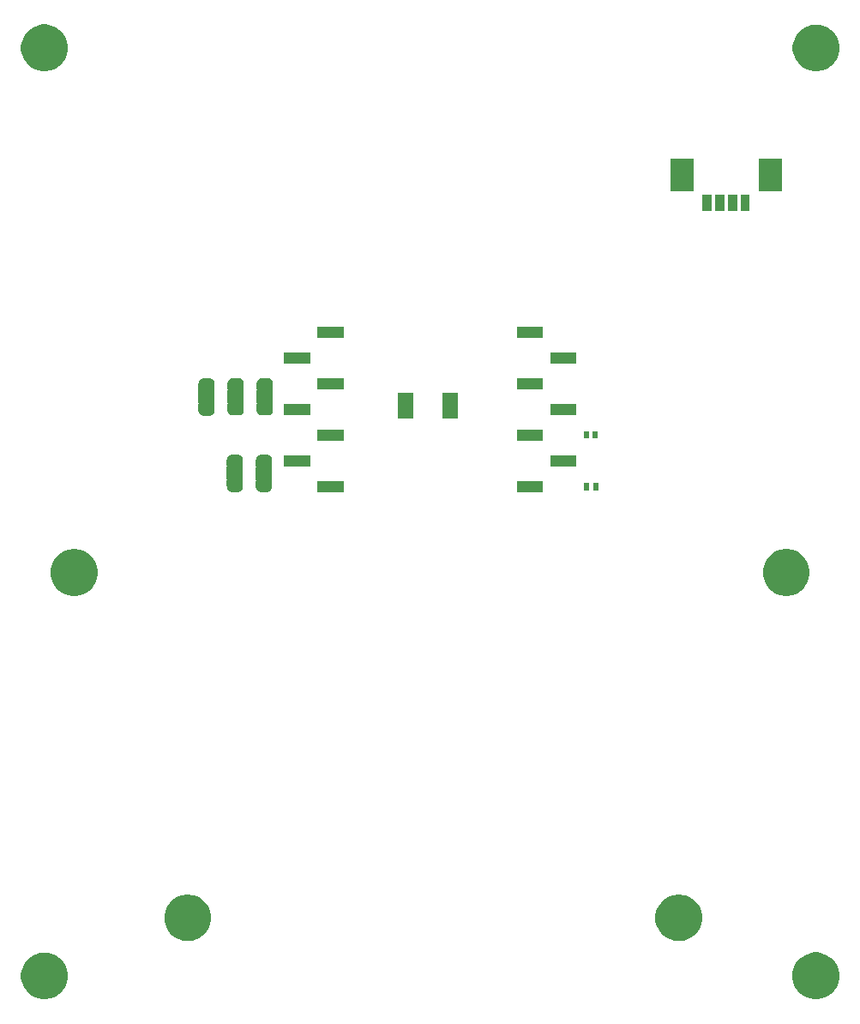
<source format=gbr>
G04 #@! TF.GenerationSoftware,KiCad,Pcbnew,(5.1.2)-2*
G04 #@! TF.CreationDate,2021-08-27T15:03:54-04:00*
G04 #@! TF.ProjectId,MAG_Plus,4d41475f-506c-4757-932e-6b696361645f,rev?*
G04 #@! TF.SameCoordinates,Original*
G04 #@! TF.FileFunction,Soldermask,Top*
G04 #@! TF.FilePolarity,Negative*
%FSLAX46Y46*%
G04 Gerber Fmt 4.6, Leading zero omitted, Abs format (unit mm)*
G04 Created by KiCad (PCBNEW (5.1.2)-2) date 2021-08-27 15:03:54*
%MOMM*%
%LPD*%
G04 APERTURE LIST*
%ADD10C,0.100000*%
G04 APERTURE END LIST*
D10*
G36*
X125248903Y-233563213D02*
G01*
X125471177Y-233607426D01*
X125889932Y-233780880D01*
X126266802Y-234032696D01*
X126587304Y-234353198D01*
X126839120Y-234730068D01*
X127012574Y-235148823D01*
X127101000Y-235593371D01*
X127101000Y-236046629D01*
X127012574Y-236491177D01*
X126839120Y-236909932D01*
X126587304Y-237286802D01*
X126266802Y-237607304D01*
X125889932Y-237859120D01*
X125471177Y-238032574D01*
X125248903Y-238076787D01*
X125026630Y-238121000D01*
X124573370Y-238121000D01*
X124351097Y-238076787D01*
X124128823Y-238032574D01*
X123710068Y-237859120D01*
X123333198Y-237607304D01*
X123012696Y-237286802D01*
X122760880Y-236909932D01*
X122587426Y-236491177D01*
X122499000Y-236046629D01*
X122499000Y-235593371D01*
X122587426Y-235148823D01*
X122760880Y-234730068D01*
X123012696Y-234353198D01*
X123333198Y-234032696D01*
X123710068Y-233780880D01*
X124128823Y-233607426D01*
X124351097Y-233563213D01*
X124573370Y-233519000D01*
X125026630Y-233519000D01*
X125248903Y-233563213D01*
X125248903Y-233563213D01*
G37*
G36*
X201438903Y-233553213D02*
G01*
X201661177Y-233597426D01*
X202079932Y-233770880D01*
X202456802Y-234022696D01*
X202777304Y-234343198D01*
X203029120Y-234720068D01*
X203202574Y-235138823D01*
X203291000Y-235583371D01*
X203291000Y-236036629D01*
X203202574Y-236481177D01*
X203029120Y-236899932D01*
X202777304Y-237276802D01*
X202456802Y-237597304D01*
X202079932Y-237849120D01*
X201661177Y-238022574D01*
X201438903Y-238066787D01*
X201216630Y-238111000D01*
X200763370Y-238111000D01*
X200541097Y-238066787D01*
X200318823Y-238022574D01*
X199900068Y-237849120D01*
X199523198Y-237597304D01*
X199202696Y-237276802D01*
X198950880Y-236899932D01*
X198777426Y-236481177D01*
X198689000Y-236036629D01*
X198689000Y-235583371D01*
X198777426Y-235138823D01*
X198950880Y-234720068D01*
X199202696Y-234343198D01*
X199523198Y-234022696D01*
X199900068Y-233770880D01*
X200318823Y-233597426D01*
X200541097Y-233553213D01*
X200763370Y-233509000D01*
X201216630Y-233509000D01*
X201438903Y-233553213D01*
X201438903Y-233553213D01*
G37*
G36*
X139398903Y-227843213D02*
G01*
X139621177Y-227887426D01*
X140039932Y-228060880D01*
X140416802Y-228312696D01*
X140737304Y-228633198D01*
X140989120Y-229010068D01*
X141162574Y-229428823D01*
X141251000Y-229873371D01*
X141251000Y-230326629D01*
X141162574Y-230771177D01*
X140989120Y-231189932D01*
X140737304Y-231566802D01*
X140416802Y-231887304D01*
X140039932Y-232139120D01*
X139621177Y-232312574D01*
X139398903Y-232356787D01*
X139176630Y-232401000D01*
X138723370Y-232401000D01*
X138501097Y-232356787D01*
X138278823Y-232312574D01*
X137860068Y-232139120D01*
X137483198Y-231887304D01*
X137162696Y-231566802D01*
X136910880Y-231189932D01*
X136737426Y-230771177D01*
X136649000Y-230326629D01*
X136649000Y-229873371D01*
X136737426Y-229428823D01*
X136910880Y-229010068D01*
X137162696Y-228633198D01*
X137483198Y-228312696D01*
X137860068Y-228060880D01*
X138278823Y-227887426D01*
X138501097Y-227843213D01*
X138723370Y-227799000D01*
X139176630Y-227799000D01*
X139398903Y-227843213D01*
X139398903Y-227843213D01*
G37*
G36*
X187898903Y-227843213D02*
G01*
X188121177Y-227887426D01*
X188539932Y-228060880D01*
X188916802Y-228312696D01*
X189237304Y-228633198D01*
X189489120Y-229010068D01*
X189662574Y-229428823D01*
X189751000Y-229873371D01*
X189751000Y-230326629D01*
X189662574Y-230771177D01*
X189489120Y-231189932D01*
X189237304Y-231566802D01*
X188916802Y-231887304D01*
X188539932Y-232139120D01*
X188121177Y-232312574D01*
X187898903Y-232356787D01*
X187676630Y-232401000D01*
X187223370Y-232401000D01*
X187001097Y-232356787D01*
X186778823Y-232312574D01*
X186360068Y-232139120D01*
X185983198Y-231887304D01*
X185662696Y-231566802D01*
X185410880Y-231189932D01*
X185237426Y-230771177D01*
X185149000Y-230326629D01*
X185149000Y-229873371D01*
X185237426Y-229428823D01*
X185410880Y-229010068D01*
X185662696Y-228633198D01*
X185983198Y-228312696D01*
X186360068Y-228060880D01*
X186778823Y-227887426D01*
X187001097Y-227843213D01*
X187223370Y-227799000D01*
X187676630Y-227799000D01*
X187898903Y-227843213D01*
X187898903Y-227843213D01*
G37*
G36*
X198518903Y-193743213D02*
G01*
X198741177Y-193787426D01*
X199159932Y-193960880D01*
X199536802Y-194212696D01*
X199857304Y-194533198D01*
X200109120Y-194910068D01*
X200282574Y-195328823D01*
X200371000Y-195773371D01*
X200371000Y-196226629D01*
X200282574Y-196671177D01*
X200109120Y-197089932D01*
X199857304Y-197466802D01*
X199536802Y-197787304D01*
X199159932Y-198039120D01*
X198741177Y-198212574D01*
X198518903Y-198256787D01*
X198296630Y-198301000D01*
X197843370Y-198301000D01*
X197621097Y-198256787D01*
X197398823Y-198212574D01*
X196980068Y-198039120D01*
X196603198Y-197787304D01*
X196282696Y-197466802D01*
X196030880Y-197089932D01*
X195857426Y-196671177D01*
X195769000Y-196226629D01*
X195769000Y-195773371D01*
X195857426Y-195328823D01*
X196030880Y-194910068D01*
X196282696Y-194533198D01*
X196603198Y-194212696D01*
X196980068Y-193960880D01*
X197398823Y-193787426D01*
X197621097Y-193743213D01*
X197843370Y-193699000D01*
X198296630Y-193699000D01*
X198518903Y-193743213D01*
X198518903Y-193743213D01*
G37*
G36*
X128198903Y-193743213D02*
G01*
X128421177Y-193787426D01*
X128839932Y-193960880D01*
X129216802Y-194212696D01*
X129537304Y-194533198D01*
X129789120Y-194910068D01*
X129962574Y-195328823D01*
X130051000Y-195773371D01*
X130051000Y-196226629D01*
X129962574Y-196671177D01*
X129789120Y-197089932D01*
X129537304Y-197466802D01*
X129216802Y-197787304D01*
X128839932Y-198039120D01*
X128421177Y-198212574D01*
X128198903Y-198256787D01*
X127976630Y-198301000D01*
X127523370Y-198301000D01*
X127301097Y-198256787D01*
X127078823Y-198212574D01*
X126660068Y-198039120D01*
X126283198Y-197787304D01*
X125962696Y-197466802D01*
X125710880Y-197089932D01*
X125537426Y-196671177D01*
X125449000Y-196226629D01*
X125449000Y-195773371D01*
X125537426Y-195328823D01*
X125710880Y-194910068D01*
X125962696Y-194533198D01*
X126283198Y-194212696D01*
X126660068Y-193960880D01*
X127078823Y-193787426D01*
X127301097Y-193743213D01*
X127523370Y-193699000D01*
X127976630Y-193699000D01*
X128198903Y-193743213D01*
X128198903Y-193743213D01*
G37*
G36*
X146752199Y-184369954D02*
G01*
X146764450Y-184370556D01*
X146782869Y-184370556D01*
X146805149Y-184372750D01*
X146889233Y-184389476D01*
X146910660Y-184395976D01*
X146989858Y-184428780D01*
X146995303Y-184431691D01*
X146995309Y-184431693D01*
X147004169Y-184436429D01*
X147004173Y-184436432D01*
X147009614Y-184439340D01*
X147080899Y-184486971D01*
X147098204Y-184501172D01*
X147158828Y-184561796D01*
X147173029Y-184579101D01*
X147220660Y-184650386D01*
X147223568Y-184655827D01*
X147223571Y-184655831D01*
X147228307Y-184664691D01*
X147228309Y-184664697D01*
X147231220Y-184670142D01*
X147264024Y-184749340D01*
X147270524Y-184770767D01*
X147287250Y-184854851D01*
X147289444Y-184877131D01*
X147289444Y-184895550D01*
X147290046Y-184907801D01*
X147291852Y-184926139D01*
X147291852Y-185463860D01*
X147290263Y-185479999D01*
X147285855Y-185494528D01*
X147280394Y-185507711D01*
X147275612Y-185531745D01*
X147275611Y-185556249D01*
X147280391Y-185580282D01*
X147289768Y-185602921D01*
X147291000Y-185604765D01*
X147291000Y-186836050D01*
X147284525Y-186848164D01*
X147277412Y-186871613D01*
X147275010Y-186895999D01*
X147277412Y-186920385D01*
X147284525Y-186943834D01*
X147286848Y-186948746D01*
X147290263Y-186960001D01*
X147291852Y-186976140D01*
X147291852Y-187513862D01*
X147290046Y-187532199D01*
X147289444Y-187544450D01*
X147289444Y-187562869D01*
X147287250Y-187585149D01*
X147270524Y-187669233D01*
X147264024Y-187690660D01*
X147231220Y-187769858D01*
X147228309Y-187775303D01*
X147228307Y-187775309D01*
X147223571Y-187784169D01*
X147223568Y-187784173D01*
X147220660Y-187789614D01*
X147173029Y-187860899D01*
X147158828Y-187878204D01*
X147098204Y-187938828D01*
X147080899Y-187953029D01*
X147009614Y-188000660D01*
X147004173Y-188003568D01*
X147004169Y-188003571D01*
X146995309Y-188008307D01*
X146995303Y-188008309D01*
X146989858Y-188011220D01*
X146910660Y-188044024D01*
X146889233Y-188050524D01*
X146805149Y-188067250D01*
X146782869Y-188069444D01*
X146764450Y-188069444D01*
X146752199Y-188070046D01*
X146733862Y-188071852D01*
X146246138Y-188071852D01*
X146227801Y-188070046D01*
X146215550Y-188069444D01*
X146197131Y-188069444D01*
X146174851Y-188067250D01*
X146090767Y-188050524D01*
X146069340Y-188044024D01*
X145990142Y-188011220D01*
X145984697Y-188008309D01*
X145984691Y-188008307D01*
X145975831Y-188003571D01*
X145975827Y-188003568D01*
X145970386Y-188000660D01*
X145899101Y-187953029D01*
X145881796Y-187938828D01*
X145821172Y-187878204D01*
X145806971Y-187860899D01*
X145759340Y-187789614D01*
X145756432Y-187784173D01*
X145756429Y-187784169D01*
X145751693Y-187775309D01*
X145751691Y-187775303D01*
X145748780Y-187769858D01*
X145715976Y-187690660D01*
X145709476Y-187669233D01*
X145692750Y-187585149D01*
X145690556Y-187562869D01*
X145690556Y-187544450D01*
X145689954Y-187532199D01*
X145688148Y-187513862D01*
X145688148Y-186976140D01*
X145689737Y-186960001D01*
X145694145Y-186945472D01*
X145699606Y-186932289D01*
X145704388Y-186908255D01*
X145704389Y-186883751D01*
X145699609Y-186859718D01*
X145690232Y-186837079D01*
X145689000Y-186835235D01*
X145689000Y-185603950D01*
X145695475Y-185591836D01*
X145702588Y-185568387D01*
X145704990Y-185544001D01*
X145702588Y-185519615D01*
X145695475Y-185496166D01*
X145693152Y-185491254D01*
X145689737Y-185479999D01*
X145688148Y-185463860D01*
X145688148Y-184926139D01*
X145689954Y-184907801D01*
X145690556Y-184895550D01*
X145690556Y-184877131D01*
X145692750Y-184854851D01*
X145709476Y-184770767D01*
X145715976Y-184749340D01*
X145748780Y-184670142D01*
X145751691Y-184664697D01*
X145751693Y-184664691D01*
X145756429Y-184655831D01*
X145756432Y-184655827D01*
X145759340Y-184650386D01*
X145806971Y-184579101D01*
X145821172Y-184561796D01*
X145881796Y-184501172D01*
X145899101Y-184486971D01*
X145970386Y-184439340D01*
X145975827Y-184436432D01*
X145975831Y-184436429D01*
X145984691Y-184431693D01*
X145984697Y-184431691D01*
X145990142Y-184428780D01*
X146069340Y-184395976D01*
X146090767Y-184389476D01*
X146174851Y-184372750D01*
X146197131Y-184370556D01*
X146215550Y-184370556D01*
X146227801Y-184369954D01*
X146246139Y-184368148D01*
X146733861Y-184368148D01*
X146752199Y-184369954D01*
X146752199Y-184369954D01*
G37*
G36*
X174051000Y-188071000D02*
G01*
X171439000Y-188071000D01*
X171439000Y-186969000D01*
X174051000Y-186969000D01*
X174051000Y-188071000D01*
X174051000Y-188071000D01*
G37*
G36*
X143882199Y-184349954D02*
G01*
X143894450Y-184350556D01*
X143912869Y-184350556D01*
X143935149Y-184352750D01*
X144019233Y-184369476D01*
X144040660Y-184375976D01*
X144119858Y-184408780D01*
X144125303Y-184411691D01*
X144125309Y-184411693D01*
X144134169Y-184416429D01*
X144134173Y-184416432D01*
X144139614Y-184419340D01*
X144210899Y-184466971D01*
X144228204Y-184481172D01*
X144288828Y-184541796D01*
X144303029Y-184559101D01*
X144350660Y-184630386D01*
X144353568Y-184635827D01*
X144353571Y-184635831D01*
X144358307Y-184644691D01*
X144358309Y-184644697D01*
X144361220Y-184650142D01*
X144394024Y-184729340D01*
X144400524Y-184750767D01*
X144417250Y-184834851D01*
X144419444Y-184857131D01*
X144419444Y-184875550D01*
X144420046Y-184887801D01*
X144421852Y-184906139D01*
X144421852Y-185443860D01*
X144420263Y-185459999D01*
X144415855Y-185474528D01*
X144410394Y-185487711D01*
X144405612Y-185511745D01*
X144405611Y-185536249D01*
X144410391Y-185560282D01*
X144419768Y-185582921D01*
X144421000Y-185584765D01*
X144421000Y-186816050D01*
X144414525Y-186828164D01*
X144407412Y-186851613D01*
X144405010Y-186875999D01*
X144407412Y-186900385D01*
X144414525Y-186923834D01*
X144416848Y-186928746D01*
X144420263Y-186940001D01*
X144421852Y-186956140D01*
X144421852Y-187493862D01*
X144420046Y-187512199D01*
X144419444Y-187524450D01*
X144419444Y-187542869D01*
X144417250Y-187565149D01*
X144400524Y-187649233D01*
X144394024Y-187670660D01*
X144361220Y-187749858D01*
X144358309Y-187755303D01*
X144358307Y-187755309D01*
X144353571Y-187764169D01*
X144353568Y-187764173D01*
X144350660Y-187769614D01*
X144303029Y-187840899D01*
X144288828Y-187858204D01*
X144228204Y-187918828D01*
X144210899Y-187933029D01*
X144139614Y-187980660D01*
X144134173Y-187983568D01*
X144134169Y-187983571D01*
X144125309Y-187988307D01*
X144125303Y-187988309D01*
X144119858Y-187991220D01*
X144040660Y-188024024D01*
X144019233Y-188030524D01*
X143935149Y-188047250D01*
X143912869Y-188049444D01*
X143894450Y-188049444D01*
X143882199Y-188050046D01*
X143863862Y-188051852D01*
X143376138Y-188051852D01*
X143357801Y-188050046D01*
X143345550Y-188049444D01*
X143327131Y-188049444D01*
X143304851Y-188047250D01*
X143220767Y-188030524D01*
X143199340Y-188024024D01*
X143120142Y-187991220D01*
X143114697Y-187988309D01*
X143114691Y-187988307D01*
X143105831Y-187983571D01*
X143105827Y-187983568D01*
X143100386Y-187980660D01*
X143029101Y-187933029D01*
X143011796Y-187918828D01*
X142951172Y-187858204D01*
X142936971Y-187840899D01*
X142889340Y-187769614D01*
X142886432Y-187764173D01*
X142886429Y-187764169D01*
X142881693Y-187755309D01*
X142881691Y-187755303D01*
X142878780Y-187749858D01*
X142845976Y-187670660D01*
X142839476Y-187649233D01*
X142822750Y-187565149D01*
X142820556Y-187542869D01*
X142820556Y-187524450D01*
X142819954Y-187512199D01*
X142818148Y-187493862D01*
X142818148Y-186956140D01*
X142819737Y-186940001D01*
X142824145Y-186925472D01*
X142829606Y-186912289D01*
X142834388Y-186888255D01*
X142834389Y-186863751D01*
X142829609Y-186839718D01*
X142820232Y-186817079D01*
X142819000Y-186815235D01*
X142819000Y-185583950D01*
X142825475Y-185571836D01*
X142832588Y-185548387D01*
X142834990Y-185524001D01*
X142832588Y-185499615D01*
X142825475Y-185476166D01*
X142823152Y-185471254D01*
X142819737Y-185459999D01*
X142818148Y-185443860D01*
X142818148Y-184906139D01*
X142819954Y-184887801D01*
X142820556Y-184875550D01*
X142820556Y-184857131D01*
X142822750Y-184834851D01*
X142839476Y-184750767D01*
X142845976Y-184729340D01*
X142878780Y-184650142D01*
X142881691Y-184644697D01*
X142881693Y-184644691D01*
X142886429Y-184635831D01*
X142886432Y-184635827D01*
X142889340Y-184630386D01*
X142936971Y-184559101D01*
X142951172Y-184541796D01*
X143011796Y-184481172D01*
X143029101Y-184466971D01*
X143100386Y-184419340D01*
X143105827Y-184416432D01*
X143105831Y-184416429D01*
X143114691Y-184411693D01*
X143114697Y-184411691D01*
X143120142Y-184408780D01*
X143199340Y-184375976D01*
X143220767Y-184369476D01*
X143304851Y-184352750D01*
X143327131Y-184350556D01*
X143345550Y-184350556D01*
X143357801Y-184349954D01*
X143376139Y-184348148D01*
X143863861Y-184348148D01*
X143882199Y-184349954D01*
X143882199Y-184349954D01*
G37*
G36*
X154361000Y-188051000D02*
G01*
X151749000Y-188051000D01*
X151749000Y-186949000D01*
X154361000Y-186949000D01*
X154361000Y-188051000D01*
X154361000Y-188051000D01*
G37*
G36*
X178581000Y-187881000D02*
G01*
X178079000Y-187881000D01*
X178079000Y-187179000D01*
X178581000Y-187179000D01*
X178581000Y-187881000D01*
X178581000Y-187881000D01*
G37*
G36*
X179481000Y-187881000D02*
G01*
X178979000Y-187881000D01*
X178979000Y-187179000D01*
X179481000Y-187179000D01*
X179481000Y-187881000D01*
X179481000Y-187881000D01*
G37*
G36*
X177361000Y-185531000D02*
G01*
X174749000Y-185531000D01*
X174749000Y-184429000D01*
X177361000Y-184429000D01*
X177361000Y-185531000D01*
X177361000Y-185531000D01*
G37*
G36*
X151051000Y-185511000D02*
G01*
X148439000Y-185511000D01*
X148439000Y-184409000D01*
X151051000Y-184409000D01*
X151051000Y-185511000D01*
X151051000Y-185511000D01*
G37*
G36*
X174051000Y-182991000D02*
G01*
X171439000Y-182991000D01*
X171439000Y-181889000D01*
X174051000Y-181889000D01*
X174051000Y-182991000D01*
X174051000Y-182991000D01*
G37*
G36*
X154361000Y-182971000D02*
G01*
X151749000Y-182971000D01*
X151749000Y-181869000D01*
X154361000Y-181869000D01*
X154361000Y-182971000D01*
X154361000Y-182971000D01*
G37*
G36*
X179471000Y-182791000D02*
G01*
X178969000Y-182791000D01*
X178969000Y-182089000D01*
X179471000Y-182089000D01*
X179471000Y-182791000D01*
X179471000Y-182791000D01*
G37*
G36*
X178571000Y-182791000D02*
G01*
X178069000Y-182791000D01*
X178069000Y-182089000D01*
X178571000Y-182089000D01*
X178571000Y-182791000D01*
X178571000Y-182791000D01*
G37*
G36*
X161236000Y-180806000D02*
G01*
X159684000Y-180806000D01*
X159684000Y-178304000D01*
X161236000Y-178304000D01*
X161236000Y-180806000D01*
X161236000Y-180806000D01*
G37*
G36*
X165636000Y-180806000D02*
G01*
X164084000Y-180806000D01*
X164084000Y-178304000D01*
X165636000Y-178304000D01*
X165636000Y-180806000D01*
X165636000Y-180806000D01*
G37*
G36*
X141082199Y-176819954D02*
G01*
X141094450Y-176820556D01*
X141112869Y-176820556D01*
X141135149Y-176822750D01*
X141219233Y-176839476D01*
X141240660Y-176845976D01*
X141319858Y-176878780D01*
X141325303Y-176881691D01*
X141325309Y-176881693D01*
X141334169Y-176886429D01*
X141334173Y-176886432D01*
X141339614Y-176889340D01*
X141410899Y-176936971D01*
X141428204Y-176951172D01*
X141488828Y-177011796D01*
X141503029Y-177029101D01*
X141550660Y-177100386D01*
X141553568Y-177105827D01*
X141553571Y-177105831D01*
X141558307Y-177114691D01*
X141558309Y-177114697D01*
X141561220Y-177120142D01*
X141594024Y-177199340D01*
X141600524Y-177220767D01*
X141617250Y-177304851D01*
X141619444Y-177327131D01*
X141619444Y-177345550D01*
X141620046Y-177357801D01*
X141621852Y-177376139D01*
X141621852Y-177913860D01*
X141620263Y-177929999D01*
X141615855Y-177944528D01*
X141610394Y-177957711D01*
X141605612Y-177981745D01*
X141605611Y-178006249D01*
X141610391Y-178030282D01*
X141619768Y-178052921D01*
X141621000Y-178054765D01*
X141621000Y-179286050D01*
X141614525Y-179298164D01*
X141607412Y-179321613D01*
X141605010Y-179345999D01*
X141607412Y-179370385D01*
X141614525Y-179393834D01*
X141616848Y-179398746D01*
X141620263Y-179410001D01*
X141621852Y-179426140D01*
X141621852Y-179963862D01*
X141620046Y-179982199D01*
X141619444Y-179994450D01*
X141619444Y-180012869D01*
X141617250Y-180035149D01*
X141600524Y-180119233D01*
X141594024Y-180140660D01*
X141561220Y-180219858D01*
X141558309Y-180225303D01*
X141558307Y-180225309D01*
X141553571Y-180234169D01*
X141553568Y-180234173D01*
X141550660Y-180239614D01*
X141503029Y-180310899D01*
X141488828Y-180328204D01*
X141428204Y-180388828D01*
X141410899Y-180403029D01*
X141339614Y-180450660D01*
X141334173Y-180453568D01*
X141334169Y-180453571D01*
X141325309Y-180458307D01*
X141325303Y-180458309D01*
X141319858Y-180461220D01*
X141240660Y-180494024D01*
X141219233Y-180500524D01*
X141135149Y-180517250D01*
X141112869Y-180519444D01*
X141094450Y-180519444D01*
X141082199Y-180520046D01*
X141063862Y-180521852D01*
X140576138Y-180521852D01*
X140557801Y-180520046D01*
X140545550Y-180519444D01*
X140527131Y-180519444D01*
X140504851Y-180517250D01*
X140420767Y-180500524D01*
X140399340Y-180494024D01*
X140320142Y-180461220D01*
X140314697Y-180458309D01*
X140314691Y-180458307D01*
X140305831Y-180453571D01*
X140305827Y-180453568D01*
X140300386Y-180450660D01*
X140229101Y-180403029D01*
X140211796Y-180388828D01*
X140151172Y-180328204D01*
X140136971Y-180310899D01*
X140089340Y-180239614D01*
X140086432Y-180234173D01*
X140086429Y-180234169D01*
X140081693Y-180225309D01*
X140081691Y-180225303D01*
X140078780Y-180219858D01*
X140045976Y-180140660D01*
X140039476Y-180119233D01*
X140022750Y-180035149D01*
X140020556Y-180012869D01*
X140020556Y-179994450D01*
X140019954Y-179982199D01*
X140018148Y-179963862D01*
X140018148Y-179426140D01*
X140019737Y-179410001D01*
X140024145Y-179395472D01*
X140029606Y-179382289D01*
X140034388Y-179358255D01*
X140034389Y-179333751D01*
X140029609Y-179309718D01*
X140020232Y-179287079D01*
X140019000Y-179285235D01*
X140019000Y-178053950D01*
X140025475Y-178041836D01*
X140032588Y-178018387D01*
X140034990Y-177994001D01*
X140032588Y-177969615D01*
X140025475Y-177946166D01*
X140023152Y-177941254D01*
X140019737Y-177929999D01*
X140018148Y-177913860D01*
X140018148Y-177376139D01*
X140019954Y-177357801D01*
X140020556Y-177345550D01*
X140020556Y-177327131D01*
X140022750Y-177304851D01*
X140039476Y-177220767D01*
X140045976Y-177199340D01*
X140078780Y-177120142D01*
X140081691Y-177114697D01*
X140081693Y-177114691D01*
X140086429Y-177105831D01*
X140086432Y-177105827D01*
X140089340Y-177100386D01*
X140136971Y-177029101D01*
X140151172Y-177011796D01*
X140211796Y-176951172D01*
X140229101Y-176936971D01*
X140300386Y-176889340D01*
X140305827Y-176886432D01*
X140305831Y-176886429D01*
X140314691Y-176881693D01*
X140314697Y-176881691D01*
X140320142Y-176878780D01*
X140399340Y-176845976D01*
X140420767Y-176839476D01*
X140504851Y-176822750D01*
X140527131Y-176820556D01*
X140545550Y-176820556D01*
X140557801Y-176819954D01*
X140576139Y-176818148D01*
X141063861Y-176818148D01*
X141082199Y-176819954D01*
X141082199Y-176819954D01*
G37*
G36*
X143962199Y-176799954D02*
G01*
X143974450Y-176800556D01*
X143992869Y-176800556D01*
X144015149Y-176802750D01*
X144099233Y-176819476D01*
X144120660Y-176825976D01*
X144199858Y-176858780D01*
X144205303Y-176861691D01*
X144205309Y-176861693D01*
X144214169Y-176866429D01*
X144214173Y-176866432D01*
X144219614Y-176869340D01*
X144290899Y-176916971D01*
X144308204Y-176931172D01*
X144368828Y-176991796D01*
X144383029Y-177009101D01*
X144430660Y-177080386D01*
X144433568Y-177085827D01*
X144433571Y-177085831D01*
X144438307Y-177094691D01*
X144438309Y-177094697D01*
X144441220Y-177100142D01*
X144474024Y-177179340D01*
X144480524Y-177200767D01*
X144497250Y-177284851D01*
X144499444Y-177307131D01*
X144499444Y-177325550D01*
X144500046Y-177337801D01*
X144501852Y-177356139D01*
X144501852Y-177893860D01*
X144500263Y-177909999D01*
X144495855Y-177924528D01*
X144490394Y-177937711D01*
X144485612Y-177961745D01*
X144485611Y-177986249D01*
X144490391Y-178010282D01*
X144499768Y-178032921D01*
X144501000Y-178034765D01*
X144501000Y-179266050D01*
X144494525Y-179278164D01*
X144487412Y-179301613D01*
X144485010Y-179325999D01*
X144487412Y-179350385D01*
X144494525Y-179373834D01*
X144496848Y-179378746D01*
X144500263Y-179390001D01*
X144501852Y-179406140D01*
X144501852Y-179943862D01*
X144500046Y-179962199D01*
X144499444Y-179974450D01*
X144499444Y-179992869D01*
X144497250Y-180015149D01*
X144480524Y-180099233D01*
X144474024Y-180120660D01*
X144441220Y-180199858D01*
X144438309Y-180205303D01*
X144438307Y-180205309D01*
X144433571Y-180214169D01*
X144433568Y-180214173D01*
X144430660Y-180219614D01*
X144383029Y-180290899D01*
X144368828Y-180308204D01*
X144308204Y-180368828D01*
X144290899Y-180383029D01*
X144219614Y-180430660D01*
X144214173Y-180433568D01*
X144214169Y-180433571D01*
X144205309Y-180438307D01*
X144205303Y-180438309D01*
X144199858Y-180441220D01*
X144120660Y-180474024D01*
X144099233Y-180480524D01*
X144015149Y-180497250D01*
X143992869Y-180499444D01*
X143974450Y-180499444D01*
X143962199Y-180500046D01*
X143943862Y-180501852D01*
X143456138Y-180501852D01*
X143437801Y-180500046D01*
X143425550Y-180499444D01*
X143407131Y-180499444D01*
X143384851Y-180497250D01*
X143300767Y-180480524D01*
X143279340Y-180474024D01*
X143200142Y-180441220D01*
X143194697Y-180438309D01*
X143194691Y-180438307D01*
X143185831Y-180433571D01*
X143185827Y-180433568D01*
X143180386Y-180430660D01*
X143109101Y-180383029D01*
X143091796Y-180368828D01*
X143031172Y-180308204D01*
X143016971Y-180290899D01*
X142969340Y-180219614D01*
X142966432Y-180214173D01*
X142966429Y-180214169D01*
X142961693Y-180205309D01*
X142961691Y-180205303D01*
X142958780Y-180199858D01*
X142925976Y-180120660D01*
X142919476Y-180099233D01*
X142902750Y-180015149D01*
X142900556Y-179992869D01*
X142900556Y-179974450D01*
X142899954Y-179962199D01*
X142898148Y-179943862D01*
X142898148Y-179406140D01*
X142899737Y-179390001D01*
X142904145Y-179375472D01*
X142909606Y-179362289D01*
X142914388Y-179338255D01*
X142914389Y-179313751D01*
X142909609Y-179289718D01*
X142900232Y-179267079D01*
X142899000Y-179265235D01*
X142899000Y-178033950D01*
X142905475Y-178021836D01*
X142912588Y-177998387D01*
X142914990Y-177974001D01*
X142912588Y-177949615D01*
X142905475Y-177926166D01*
X142903152Y-177921254D01*
X142899737Y-177909999D01*
X142898148Y-177893860D01*
X142898148Y-177356139D01*
X142899954Y-177337801D01*
X142900556Y-177325550D01*
X142900556Y-177307131D01*
X142902750Y-177284851D01*
X142919476Y-177200767D01*
X142925976Y-177179340D01*
X142958780Y-177100142D01*
X142961691Y-177094697D01*
X142961693Y-177094691D01*
X142966429Y-177085831D01*
X142966432Y-177085827D01*
X142969340Y-177080386D01*
X143016971Y-177009101D01*
X143031172Y-176991796D01*
X143091796Y-176931172D01*
X143109101Y-176916971D01*
X143180386Y-176869340D01*
X143185827Y-176866432D01*
X143185831Y-176866429D01*
X143194691Y-176861693D01*
X143194697Y-176861691D01*
X143200142Y-176858780D01*
X143279340Y-176825976D01*
X143300767Y-176819476D01*
X143384851Y-176802750D01*
X143407131Y-176800556D01*
X143425550Y-176800556D01*
X143437801Y-176799954D01*
X143456139Y-176798148D01*
X143943861Y-176798148D01*
X143962199Y-176799954D01*
X143962199Y-176799954D01*
G37*
G36*
X146842199Y-176799954D02*
G01*
X146854450Y-176800556D01*
X146872869Y-176800556D01*
X146895149Y-176802750D01*
X146979233Y-176819476D01*
X147000660Y-176825976D01*
X147079858Y-176858780D01*
X147085303Y-176861691D01*
X147085309Y-176861693D01*
X147094169Y-176866429D01*
X147094173Y-176866432D01*
X147099614Y-176869340D01*
X147170899Y-176916971D01*
X147188204Y-176931172D01*
X147248828Y-176991796D01*
X147263029Y-177009101D01*
X147310660Y-177080386D01*
X147313568Y-177085827D01*
X147313571Y-177085831D01*
X147318307Y-177094691D01*
X147318309Y-177094697D01*
X147321220Y-177100142D01*
X147354024Y-177179340D01*
X147360524Y-177200767D01*
X147377250Y-177284851D01*
X147379444Y-177307131D01*
X147379444Y-177325550D01*
X147380046Y-177337801D01*
X147381852Y-177356139D01*
X147381852Y-177893860D01*
X147380263Y-177909999D01*
X147375855Y-177924528D01*
X147370394Y-177937711D01*
X147365612Y-177961745D01*
X147365611Y-177986249D01*
X147370391Y-178010282D01*
X147379768Y-178032921D01*
X147381000Y-178034765D01*
X147381000Y-179266050D01*
X147374525Y-179278164D01*
X147367412Y-179301613D01*
X147365010Y-179325999D01*
X147367412Y-179350385D01*
X147374525Y-179373834D01*
X147376848Y-179378746D01*
X147380263Y-179390001D01*
X147381852Y-179406140D01*
X147381852Y-179943862D01*
X147380046Y-179962199D01*
X147379444Y-179974450D01*
X147379444Y-179992869D01*
X147377250Y-180015149D01*
X147360524Y-180099233D01*
X147354024Y-180120660D01*
X147321220Y-180199858D01*
X147318309Y-180205303D01*
X147318307Y-180205309D01*
X147313571Y-180214169D01*
X147313568Y-180214173D01*
X147310660Y-180219614D01*
X147263029Y-180290899D01*
X147248828Y-180308204D01*
X147188204Y-180368828D01*
X147170899Y-180383029D01*
X147099614Y-180430660D01*
X147094173Y-180433568D01*
X147094169Y-180433571D01*
X147085309Y-180438307D01*
X147085303Y-180438309D01*
X147079858Y-180441220D01*
X147000660Y-180474024D01*
X146979233Y-180480524D01*
X146895149Y-180497250D01*
X146872869Y-180499444D01*
X146854450Y-180499444D01*
X146842199Y-180500046D01*
X146823862Y-180501852D01*
X146336138Y-180501852D01*
X146317801Y-180500046D01*
X146305550Y-180499444D01*
X146287131Y-180499444D01*
X146264851Y-180497250D01*
X146180767Y-180480524D01*
X146159340Y-180474024D01*
X146080142Y-180441220D01*
X146074697Y-180438309D01*
X146074691Y-180438307D01*
X146065831Y-180433571D01*
X146065827Y-180433568D01*
X146060386Y-180430660D01*
X145989101Y-180383029D01*
X145971796Y-180368828D01*
X145911172Y-180308204D01*
X145896971Y-180290899D01*
X145849340Y-180219614D01*
X145846432Y-180214173D01*
X145846429Y-180214169D01*
X145841693Y-180205309D01*
X145841691Y-180205303D01*
X145838780Y-180199858D01*
X145805976Y-180120660D01*
X145799476Y-180099233D01*
X145782750Y-180015149D01*
X145780556Y-179992869D01*
X145780556Y-179974450D01*
X145779954Y-179962199D01*
X145778148Y-179943862D01*
X145778148Y-179406140D01*
X145779737Y-179390001D01*
X145784145Y-179375472D01*
X145789606Y-179362289D01*
X145794388Y-179338255D01*
X145794389Y-179313751D01*
X145789609Y-179289718D01*
X145780232Y-179267079D01*
X145779000Y-179265235D01*
X145779000Y-178033950D01*
X145785475Y-178021836D01*
X145792588Y-177998387D01*
X145794990Y-177974001D01*
X145792588Y-177949615D01*
X145785475Y-177926166D01*
X145783152Y-177921254D01*
X145779737Y-177909999D01*
X145778148Y-177893860D01*
X145778148Y-177356139D01*
X145779954Y-177337801D01*
X145780556Y-177325550D01*
X145780556Y-177307131D01*
X145782750Y-177284851D01*
X145799476Y-177200767D01*
X145805976Y-177179340D01*
X145838780Y-177100142D01*
X145841691Y-177094697D01*
X145841693Y-177094691D01*
X145846429Y-177085831D01*
X145846432Y-177085827D01*
X145849340Y-177080386D01*
X145896971Y-177009101D01*
X145911172Y-176991796D01*
X145971796Y-176931172D01*
X145989101Y-176916971D01*
X146060386Y-176869340D01*
X146065827Y-176866432D01*
X146065831Y-176866429D01*
X146074691Y-176861693D01*
X146074697Y-176861691D01*
X146080142Y-176858780D01*
X146159340Y-176825976D01*
X146180767Y-176819476D01*
X146264851Y-176802750D01*
X146287131Y-176800556D01*
X146305550Y-176800556D01*
X146317801Y-176799954D01*
X146336139Y-176798148D01*
X146823861Y-176798148D01*
X146842199Y-176799954D01*
X146842199Y-176799954D01*
G37*
G36*
X177361000Y-180451000D02*
G01*
X174749000Y-180451000D01*
X174749000Y-179349000D01*
X177361000Y-179349000D01*
X177361000Y-180451000D01*
X177361000Y-180451000D01*
G37*
G36*
X151051000Y-180431000D02*
G01*
X148439000Y-180431000D01*
X148439000Y-179329000D01*
X151051000Y-179329000D01*
X151051000Y-180431000D01*
X151051000Y-180431000D01*
G37*
G36*
X174051000Y-177911000D02*
G01*
X171439000Y-177911000D01*
X171439000Y-176809000D01*
X174051000Y-176809000D01*
X174051000Y-177911000D01*
X174051000Y-177911000D01*
G37*
G36*
X154361000Y-177891000D02*
G01*
X151749000Y-177891000D01*
X151749000Y-176789000D01*
X154361000Y-176789000D01*
X154361000Y-177891000D01*
X154361000Y-177891000D01*
G37*
G36*
X177361000Y-175371000D02*
G01*
X174749000Y-175371000D01*
X174749000Y-174269000D01*
X177361000Y-174269000D01*
X177361000Y-175371000D01*
X177361000Y-175371000D01*
G37*
G36*
X151051000Y-175351000D02*
G01*
X148439000Y-175351000D01*
X148439000Y-174249000D01*
X151051000Y-174249000D01*
X151051000Y-175351000D01*
X151051000Y-175351000D01*
G37*
G36*
X174051000Y-172831000D02*
G01*
X171439000Y-172831000D01*
X171439000Y-171729000D01*
X174051000Y-171729000D01*
X174051000Y-172831000D01*
X174051000Y-172831000D01*
G37*
G36*
X154361000Y-172811000D02*
G01*
X151749000Y-172811000D01*
X151749000Y-171709000D01*
X154361000Y-171709000D01*
X154361000Y-172811000D01*
X154361000Y-172811000D01*
G37*
G36*
X193206000Y-160326000D02*
G01*
X192304000Y-160326000D01*
X192304000Y-158724000D01*
X193206000Y-158724000D01*
X193206000Y-160326000D01*
X193206000Y-160326000D01*
G37*
G36*
X191956000Y-160326000D02*
G01*
X191054000Y-160326000D01*
X191054000Y-158724000D01*
X191956000Y-158724000D01*
X191956000Y-160326000D01*
X191956000Y-160326000D01*
G37*
G36*
X190706000Y-160326000D02*
G01*
X189804000Y-160326000D01*
X189804000Y-158724000D01*
X190706000Y-158724000D01*
X190706000Y-160326000D01*
X190706000Y-160326000D01*
G37*
G36*
X194456000Y-160326000D02*
G01*
X193554000Y-160326000D01*
X193554000Y-158724000D01*
X194456000Y-158724000D01*
X194456000Y-160326000D01*
X194456000Y-160326000D01*
G37*
G36*
X197656000Y-158376000D02*
G01*
X195354000Y-158376000D01*
X195354000Y-155174000D01*
X197656000Y-155174000D01*
X197656000Y-158376000D01*
X197656000Y-158376000D01*
G37*
G36*
X188906000Y-158376000D02*
G01*
X186604000Y-158376000D01*
X186604000Y-155174000D01*
X188906000Y-155174000D01*
X188906000Y-158376000D01*
X188906000Y-158376000D01*
G37*
G36*
X201448903Y-141953213D02*
G01*
X201671177Y-141997426D01*
X202089932Y-142170880D01*
X202466802Y-142422696D01*
X202787304Y-142743198D01*
X203039120Y-143120068D01*
X203212574Y-143538823D01*
X203301000Y-143983371D01*
X203301000Y-144436629D01*
X203212574Y-144881177D01*
X203039120Y-145299932D01*
X202787304Y-145676802D01*
X202466802Y-145997304D01*
X202089932Y-146249120D01*
X201671177Y-146422574D01*
X201448903Y-146466787D01*
X201226630Y-146511000D01*
X200773370Y-146511000D01*
X200551097Y-146466787D01*
X200328823Y-146422574D01*
X199910068Y-146249120D01*
X199533198Y-145997304D01*
X199212696Y-145676802D01*
X198960880Y-145299932D01*
X198787426Y-144881177D01*
X198699000Y-144436629D01*
X198699000Y-143983371D01*
X198787426Y-143538823D01*
X198960880Y-143120068D01*
X199212696Y-142743198D01*
X199533198Y-142422696D01*
X199910068Y-142170880D01*
X200328823Y-141997426D01*
X200551097Y-141953213D01*
X200773370Y-141909000D01*
X201226630Y-141909000D01*
X201448903Y-141953213D01*
X201448903Y-141953213D01*
G37*
G36*
X125248903Y-141943213D02*
G01*
X125471177Y-141987426D01*
X125889932Y-142160880D01*
X126266802Y-142412696D01*
X126587304Y-142733198D01*
X126839120Y-143110068D01*
X127012574Y-143528823D01*
X127101000Y-143973371D01*
X127101000Y-144426629D01*
X127012574Y-144871177D01*
X126839120Y-145289932D01*
X126587304Y-145666802D01*
X126266802Y-145987304D01*
X125889932Y-146239120D01*
X125471177Y-146412574D01*
X125248903Y-146456787D01*
X125026630Y-146501000D01*
X124573370Y-146501000D01*
X124351097Y-146456787D01*
X124128823Y-146412574D01*
X123710068Y-146239120D01*
X123333198Y-145987304D01*
X123012696Y-145666802D01*
X122760880Y-145289932D01*
X122587426Y-144871177D01*
X122499000Y-144426629D01*
X122499000Y-143973371D01*
X122587426Y-143528823D01*
X122760880Y-143110068D01*
X123012696Y-142733198D01*
X123333198Y-142412696D01*
X123710068Y-142160880D01*
X124128823Y-141987426D01*
X124351097Y-141943213D01*
X124573370Y-141899000D01*
X125026630Y-141899000D01*
X125248903Y-141943213D01*
X125248903Y-141943213D01*
G37*
M02*

</source>
